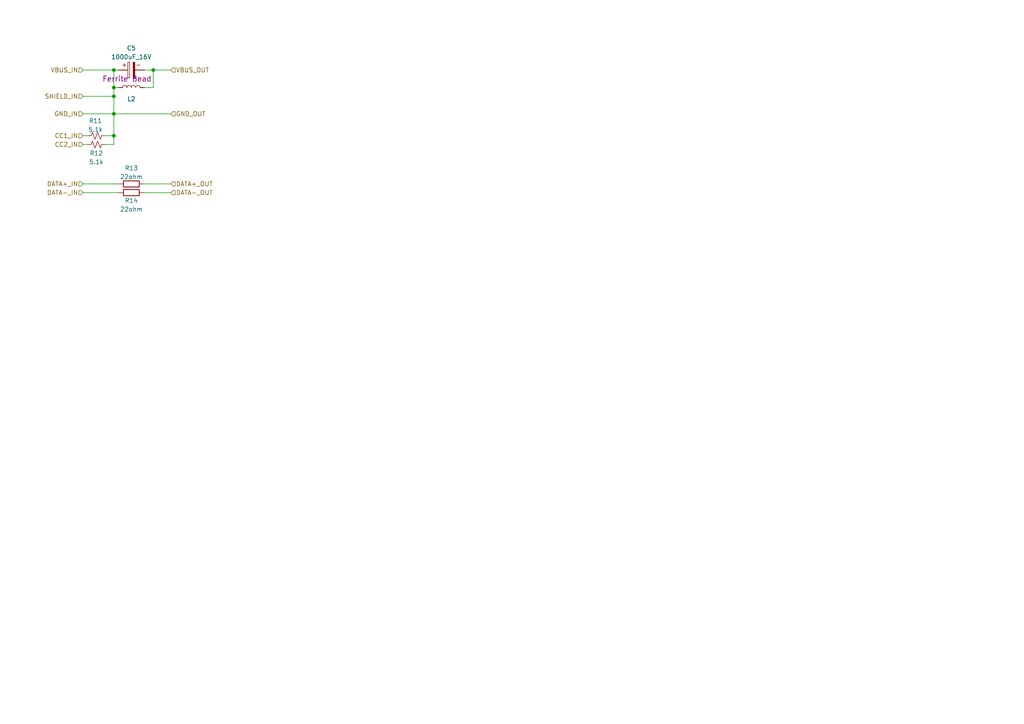
<source format=kicad_sch>
(kicad_sch (version 20250114) (generator "eeschema") (generator_version "9.0")
  (paper "A4")
  (title_block (rev "1 - do not edit connector pin layout.") (company "Henry's Software House"))
  (lib_symbols
    (symbol "PCM_4ms_Inductor:FerriteBead_0603_1.5A" (pin_numbers (hide yes)) (pin_names (offset 1.016) (hide yes))
      (property "Reference" "L" (at -1.27 0 90))
      (property "Display" "Ferrite Bead" (at 2.54 1.27 90))
      (symbol "FerriteBead_0603_1.5A_0_1"
        (arc (start 0 2.54) (mid 0.6323 1.905) (end 0 1.27))
        (arc (start 0 1.27) (mid 0.6323 0.635) (end 0 0))
        (arc (start 0 0) (mid 0.6323 -0.635) (end 0 -1.27))
        (arc (start 0 -1.27) (mid 0.6323 -1.905) (end 0 -2.54))
      )
      (symbol "FerriteBead_0603_1.5A_1_1"
        (pin passive line (at 0 3.81 270) (length 1.27) (name "1") (number "1"))
        (pin passive line (at 0 -3.81 90) (length 1.27) (name "2") (number "2"))
      )
    )
    (symbol "PCM_SL_Capacitors:1000uF_16V"
      (property "Reference" "C" (at 0 7.62 0))
      (property "Value" "1000uF_16V" (at 0 5.08 0))
      (symbol "1000uF_16V_0_0"
        (text "+" (at -2.032 1.524 0) (effects (font (size 1.27 1.27))))
        (text "-" (at 2.032 1.524 0) (effects (font (size 1.27 1.27))))
      )
      (symbol "1000uF_16V_0_1"
        (rectangle (start -1.016 -2.286) (end -0.508 2.286))
        (rectangle (start 0.508 -2.286) (end 1.016 2.286) (fill (type outline)))
      )
      (symbol "1000uF_16V_1_1"
        (pin passive line (at -3.81 0 0) (length 2.7) (name "~") (number "1"))
        (pin input line (at 3.81 0 180) (length 2.7) (name "~") (number "2"))
      )
    )
    (symbol "PCM_SL_Resistors:20k"
      (property "Reference" "R" (at 0 5.08 0))
      (property "Value" "20k" (at 0 2.54 0))
      (symbol "20k_0_1"
        (rectangle (start -2.286 0.889) (end 2.286 -0.889) (stroke (width 0.24)))
      )
      (symbol "20k_1_1"
        (pin passive line (at -3.81 0 0) (length 1.5) (name "") (number "1"))
        (pin passive line (at 3.81 0 180) (length 1.5) (name "~") (number "2"))
      )
    )
    (symbol "PCM_SparkFun-Resistor:5.1k_0402" (pin_numbers (hide yes)) (pin_names (offset 0))
      (property "Reference" "R" (at 0 -2.54 0))
      (property "Value" "5.1k" (at 0 2.54 0))
      (symbol "5.1k_0402_0_1"
        (polyline (pts (xy -1.524 0) (xy -1.143 1.016) (xy -0.762 0) (xy -0.381 -1.016) (xy 0 0)))
        (polyline (pts (xy 0 0) (xy 0.381 1.016) (xy 0.762 0) (xy 1.143 -1.016) (xy 1.524 0)))
      )
      (symbol "5.1k_0402_1_1"
        (pin passive line (at -2.54 0 0) (length 1.016) (name "~") (number "1"))
        (pin passive line (at 2.54 0 180) (length 1.016) (name "~") (number "2"))
      )
    )
  )
  (junction (at 33.02 33.02))
  (junction (at 44.45 20.32))
  (junction (at 33.02 39.37))
  (junction (at 33.02 20.32))
  (junction (at 33.02 25.4))
  (junction (at 33.02 27.94))
  (wire (pts (xy 34.29 55.88) (xy 24.13 55.88)))
  (wire (pts (xy 24.13 33.02) (xy 33.02 33.02)))
  (wire (pts (xy 33.02 20.32) (xy 24.13 20.32)))
  (wire (pts (xy 44.45 20.32) (xy 44.45 25.4)))
  (wire (pts (xy 41.91 55.88) (xy 49.53 55.88)))
  (wire (pts (xy 44.45 25.4) (xy 41.91 25.4)))
  (wire (pts (xy 24.13 27.94) (xy 33.02 27.94)))
  (wire (pts (xy 34.29 20.32) (xy 33.02 20.32)))
  (wire (pts (xy 30.48 41.91) (xy 33.02 41.91)))
  (wire (pts (xy 34.29 25.4) (xy 33.02 25.4)))
  (wire (pts (xy 24.13 41.91) (xy 25.4 41.91)))
  (wire (pts (xy 30.48 39.37) (xy 33.02 39.37)))
  (wire (pts (xy 34.29 53.34) (xy 24.13 53.34)))
  (wire (pts (xy 33.02 20.32) (xy 33.02 25.4)))
  (wire (pts (xy 33.02 41.91) (xy 33.02 39.37)))
  (wire (pts (xy 41.91 20.32) (xy 44.45 20.32)))
  (wire (pts (xy 49.53 33.02) (xy 33.02 33.02)))
  (wire (pts (xy 33.02 39.37) (xy 33.02 33.02)))
  (wire (pts (xy 33.02 25.4) (xy 33.02 27.94)))
  (wire (pts (xy 44.45 20.32) (xy 49.53 20.32)))
  (wire (pts (xy 33.02 27.94) (xy 33.02 33.02)))
  (wire (pts (xy 24.13 39.37) (xy 25.4 39.37)))
  (wire (pts (xy 41.91 53.34) (xy 49.53 53.34)))
  (hierarchical_label "CC2_IN" (shape input) (at 24.13 41.91 180))
  (hierarchical_label "VBUS_OUT" (shape input) (at 49.53 20.32 0))
  (hierarchical_label "GND_OUT" (shape input) (at 49.53 33.02 0))
  (hierarchical_label "DATA+_OUT" (shape input) (at 49.53 53.34 0))
  (hierarchical_label "CC1_IN" (shape input) (at 24.13 39.37 180))
  (hierarchical_label "GND_IN" (shape input) (at 24.13 33.02 180))
  (hierarchical_label "DATA-_IN" (shape input) (at 24.13 55.88 180))
  (hierarchical_label "DATA-_OUT" (shape input) (at 49.53 55.88 0))
  (hierarchical_label "DATA+_IN" (shape input) (at 24.13 53.34 180))
  (hierarchical_label "SHIELD_IN" (shape input) (at 24.13 27.94 180))
  (hierarchical_label "VBUS_IN" (shape input) (at 24.13 20.32 180))
  (symbol (lib_id "PCM_SL_Resistors:20k") (at 38.1 55.88 0) (unit 1)
    (property "Reference" "R14" (at 38.1 58.166 0))
    (property "Value" "22ohm" (at 38.1 60.706 0))
    (property "Footprint" "Resistor_THT:R_Axial_DIN0207_L6.3mm_D2.5mm_P10.16mm_Horizontal" (effects (hide yes)))
    (property "Description" "20kΩ, 1/4W Resistor" (effects (hide yes)))
  )
  (symbol (lib_id "PCM_SparkFun-Resistor:5.1k_0402") (at 27.94 39.37 0) (unit 1)
    (property "Reference" "R11" (at 27.686 35.052 0))
    (property "Value" "5.1k" (at 27.686 37.592 0))
    (property "Footprint" "PCM_SparkFun-Resistor:R_0402_1005Metric" (effects (hide yes)))
    (property "Datasheet" "https://www.vishay.com/docs/20035/dcrcwe3.pdf" (effects (hide yes)))
    (property "Description" "Resistor" (effects (hide yes)))
    (property "PROD_ID" "RES-14340" (effects (hide yes)))
  )
  (symbol (lib_id "PCM_4ms_Inductor:FerriteBead_0603_1.5A") (at 38.1 25.4 90) (unit 1)
    (property "Reference" "L2" (at 38.1 28.702 90))
    (property "Value" "FerriteBead_0603_1.5A" (effects (hide yes)))
    (property "Footprint" "Inductor_SMD:L_0201_0603Metric_Pad0.64x0.40mm_HandSolder" (effects (hide yes)))
    (property "Description" "Chip Bead, Ferrite Chip Bead, Z=30Ω @ 100MHz, RmaxDC=90mΩ, ImaxDC=1.5A" (effects (hide yes)))
    (property "Specifications" "Chip Bead, Ferrite Chip Bead, Z=30Ω @ 100MHz, RmaxDC=90mΩ, ImaxDC=1.5A" (effects (hide yes)))
    (property "Manufacturer" "Laird" (effects (hide yes)))
    (property "Part Number" "MI0603K300R-10" (effects (hide yes)))
    (property "Display" "Ferrite Bead" (at 36.83 22.86 90) (effects (font (size 1.524 1.524))))
  )
  (symbol (lib_id "PCM_SL_Capacitors:1000uF_16V") (at 38.1 20.32 0) (unit 1)
    (property "Reference" "C5" (at 38.1 13.97 0))
    (property "Value" "1000uF_16V" (at 38.1 16.51 0))
    (property "Footprint" "Capacitor_THT:CP_Radial_D10.0mm_P5.00mm" (effects (hide yes)))
    (property "Description" "1000uF, 16V Electrolytic Capacitor" (effects (hide yes)))
  )
  (symbol (lib_id "PCM_SparkFun-Resistor:5.1k_0402") (at 27.94 41.91 0) (unit 1)
    (property "Reference" "R12" (at 27.94 44.45 0))
    (property "Value" "5.1k" (at 27.94 46.99 0))
    (property "Footprint" "PCM_SparkFun-Resistor:R_0402_1005Metric" (effects (hide yes)))
    (property "Datasheet" "https://www.vishay.com/docs/20035/dcrcwe3.pdf" (effects (hide yes)))
    (property "Description" "Resistor" (effects (hide yes)))
    (property "PROD_ID" "RES-14340" (effects (hide yes)))
  )
  (symbol (lib_id "PCM_SL_Resistors:20k") (at 38.1 53.34 0) (unit 1)
    (property "Reference" "R13" (at 38.1 48.768 0))
    (property "Value" "22ohm" (at 38.1 51.308 0))
    (property "Footprint" "Resistor_THT:R_Axial_DIN0207_L6.3mm_D2.5mm_P10.16mm_Horizontal" (effects (hide yes)))
    (property "Description" "20kΩ, 1/4W Resistor" (effects (hide yes)))
  )
)
</source>
